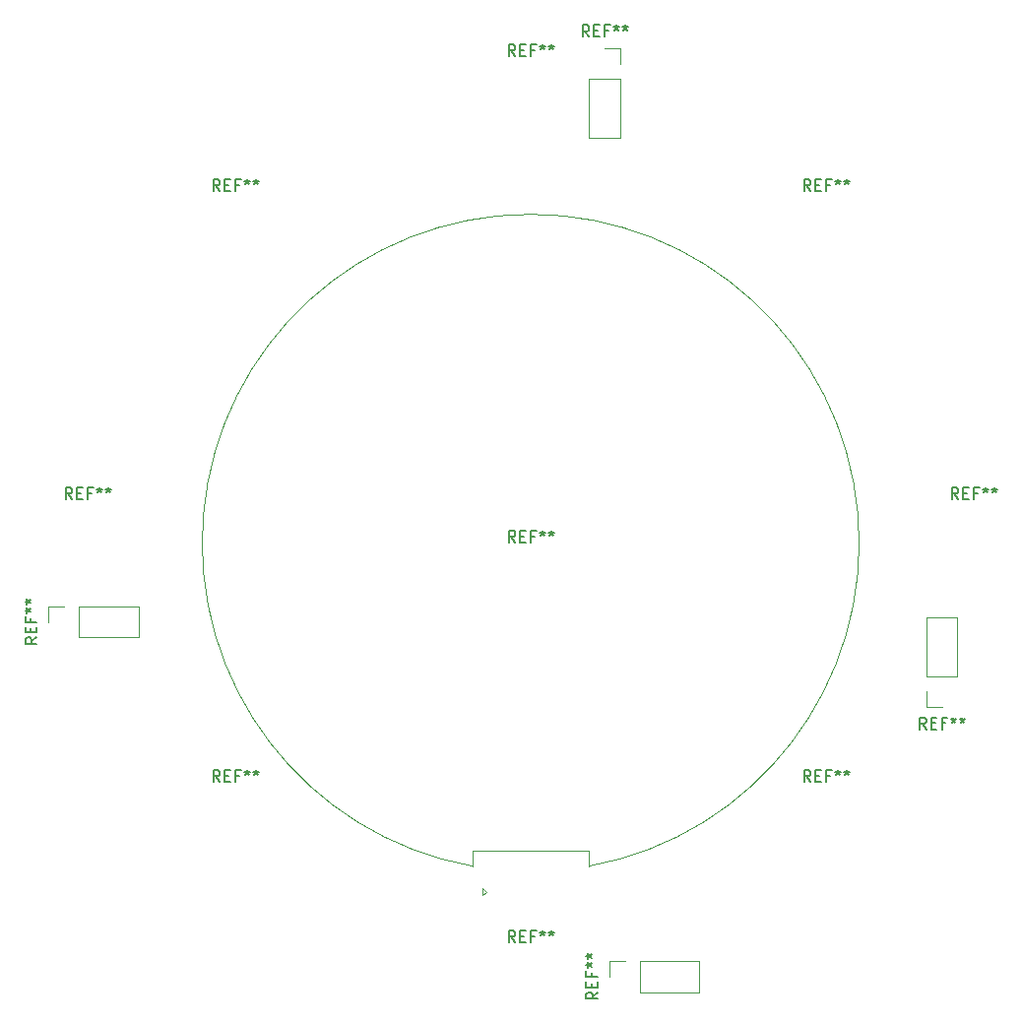
<source format=gbr>
%TF.GenerationSoftware,KiCad,Pcbnew,(6.0.5-0)*%
%TF.CreationDate,2023-02-12T17:03:44-08:00*%
%TF.ProjectId,scratch,73637261-7463-4682-9e6b-696361645f70,rev?*%
%TF.SameCoordinates,Original*%
%TF.FileFunction,Legend,Top*%
%TF.FilePolarity,Positive*%
%FSLAX46Y46*%
G04 Gerber Fmt 4.6, Leading zero omitted, Abs format (unit mm)*
G04 Created by KiCad (PCBNEW (6.0.5-0)) date 2023-02-12 17:03:44*
%MOMM*%
%LPD*%
G01*
G04 APERTURE LIST*
%ADD10C,0.150000*%
%ADD11C,0.120000*%
G04 APERTURE END LIST*
D10*
%TO.C,REF\u002A\u002A*%
X88513380Y-109631333D02*
X88037190Y-109964666D01*
X88513380Y-110202761D02*
X87513380Y-110202761D01*
X87513380Y-109821809D01*
X87561000Y-109726571D01*
X87608619Y-109678952D01*
X87703857Y-109631333D01*
X87846714Y-109631333D01*
X87941952Y-109678952D01*
X87989571Y-109726571D01*
X88037190Y-109821809D01*
X88037190Y-110202761D01*
X87989571Y-109202761D02*
X87989571Y-108869428D01*
X88513380Y-108726571D02*
X88513380Y-109202761D01*
X87513380Y-109202761D01*
X87513380Y-108726571D01*
X87989571Y-107964666D02*
X87989571Y-108298000D01*
X88513380Y-108298000D02*
X87513380Y-108298000D01*
X87513380Y-107821809D01*
X87513380Y-107298000D02*
X87751476Y-107298000D01*
X87656238Y-107536095D02*
X87751476Y-107298000D01*
X87656238Y-107059904D01*
X87941952Y-107440857D02*
X87751476Y-107298000D01*
X87941952Y-107155142D01*
X87513380Y-106536095D02*
X87751476Y-106536095D01*
X87656238Y-106774190D02*
X87751476Y-106536095D01*
X87656238Y-106298000D01*
X87941952Y-106678952D02*
X87751476Y-106536095D01*
X87941952Y-106393238D01*
X135997666Y-57980380D02*
X135664333Y-57504190D01*
X135426238Y-57980380D02*
X135426238Y-56980380D01*
X135807190Y-56980380D01*
X135902428Y-57028000D01*
X135950047Y-57075619D01*
X135997666Y-57170857D01*
X135997666Y-57313714D01*
X135950047Y-57408952D01*
X135902428Y-57456571D01*
X135807190Y-57504190D01*
X135426238Y-57504190D01*
X136426238Y-57456571D02*
X136759571Y-57456571D01*
X136902428Y-57980380D02*
X136426238Y-57980380D01*
X136426238Y-56980380D01*
X136902428Y-56980380D01*
X137664333Y-57456571D02*
X137331000Y-57456571D01*
X137331000Y-57980380D02*
X137331000Y-56980380D01*
X137807190Y-56980380D01*
X138331000Y-56980380D02*
X138331000Y-57218476D01*
X138092904Y-57123238D02*
X138331000Y-57218476D01*
X138569095Y-57123238D01*
X138188142Y-57408952D02*
X138331000Y-57218476D01*
X138473857Y-57408952D01*
X139092904Y-56980380D02*
X139092904Y-57218476D01*
X138854809Y-57123238D02*
X139092904Y-57218476D01*
X139331000Y-57123238D01*
X138950047Y-57408952D02*
X139092904Y-57218476D01*
X139235761Y-57408952D01*
X164997666Y-117520380D02*
X164664333Y-117044190D01*
X164426238Y-117520380D02*
X164426238Y-116520380D01*
X164807190Y-116520380D01*
X164902428Y-116568000D01*
X164950047Y-116615619D01*
X164997666Y-116710857D01*
X164997666Y-116853714D01*
X164950047Y-116948952D01*
X164902428Y-116996571D01*
X164807190Y-117044190D01*
X164426238Y-117044190D01*
X165426238Y-116996571D02*
X165759571Y-116996571D01*
X165902428Y-117520380D02*
X165426238Y-117520380D01*
X165426238Y-116520380D01*
X165902428Y-116520380D01*
X166664333Y-116996571D02*
X166331000Y-116996571D01*
X166331000Y-117520380D02*
X166331000Y-116520380D01*
X166807190Y-116520380D01*
X167331000Y-116520380D02*
X167331000Y-116758476D01*
X167092904Y-116663238D02*
X167331000Y-116758476D01*
X167569095Y-116663238D01*
X167188142Y-116948952D02*
X167331000Y-116758476D01*
X167473857Y-116948952D01*
X168092904Y-116520380D02*
X168092904Y-116758476D01*
X167854809Y-116663238D02*
X168092904Y-116758476D01*
X168331000Y-116663238D01*
X167950047Y-116948952D02*
X168092904Y-116758476D01*
X168235761Y-116948952D01*
X136763380Y-140131333D02*
X136287190Y-140464666D01*
X136763380Y-140702761D02*
X135763380Y-140702761D01*
X135763380Y-140321809D01*
X135811000Y-140226571D01*
X135858619Y-140178952D01*
X135953857Y-140131333D01*
X136096714Y-140131333D01*
X136191952Y-140178952D01*
X136239571Y-140226571D01*
X136287190Y-140321809D01*
X136287190Y-140702761D01*
X136239571Y-139702761D02*
X136239571Y-139369428D01*
X136763380Y-139226571D02*
X136763380Y-139702761D01*
X135763380Y-139702761D01*
X135763380Y-139226571D01*
X136239571Y-138464666D02*
X136239571Y-138798000D01*
X136763380Y-138798000D02*
X135763380Y-138798000D01*
X135763380Y-138321809D01*
X135763380Y-137798000D02*
X136001476Y-137798000D01*
X135906238Y-138036095D02*
X136001476Y-137798000D01*
X135906238Y-137559904D01*
X136191952Y-137940857D02*
X136001476Y-137798000D01*
X136191952Y-137655142D01*
X135763380Y-137036095D02*
X136001476Y-137036095D01*
X135906238Y-137274190D02*
X136001476Y-137036095D01*
X135906238Y-136798000D01*
X136191952Y-137178952D02*
X136001476Y-137036095D01*
X136191952Y-136893238D01*
X104247666Y-122050380D02*
X103914333Y-121574190D01*
X103676238Y-122050380D02*
X103676238Y-121050380D01*
X104057190Y-121050380D01*
X104152428Y-121098000D01*
X104200047Y-121145619D01*
X104247666Y-121240857D01*
X104247666Y-121383714D01*
X104200047Y-121478952D01*
X104152428Y-121526571D01*
X104057190Y-121574190D01*
X103676238Y-121574190D01*
X104676238Y-121526571D02*
X105009571Y-121526571D01*
X105152428Y-122050380D02*
X104676238Y-122050380D01*
X104676238Y-121050380D01*
X105152428Y-121050380D01*
X105914333Y-121526571D02*
X105581000Y-121526571D01*
X105581000Y-122050380D02*
X105581000Y-121050380D01*
X106057190Y-121050380D01*
X106581000Y-121050380D02*
X106581000Y-121288476D01*
X106342904Y-121193238D02*
X106581000Y-121288476D01*
X106819095Y-121193238D01*
X106438142Y-121478952D02*
X106581000Y-121288476D01*
X106723857Y-121478952D01*
X107342904Y-121050380D02*
X107342904Y-121288476D01*
X107104809Y-121193238D02*
X107342904Y-121288476D01*
X107581000Y-121193238D01*
X107200047Y-121478952D02*
X107342904Y-121288476D01*
X107485761Y-121478952D01*
X155047666Y-122050380D02*
X154714333Y-121574190D01*
X154476238Y-122050380D02*
X154476238Y-121050380D01*
X154857190Y-121050380D01*
X154952428Y-121098000D01*
X155000047Y-121145619D01*
X155047666Y-121240857D01*
X155047666Y-121383714D01*
X155000047Y-121478952D01*
X154952428Y-121526571D01*
X154857190Y-121574190D01*
X154476238Y-121574190D01*
X155476238Y-121526571D02*
X155809571Y-121526571D01*
X155952428Y-122050380D02*
X155476238Y-122050380D01*
X155476238Y-121050380D01*
X155952428Y-121050380D01*
X156714333Y-121526571D02*
X156381000Y-121526571D01*
X156381000Y-122050380D02*
X156381000Y-121050380D01*
X156857190Y-121050380D01*
X157381000Y-121050380D02*
X157381000Y-121288476D01*
X157142904Y-121193238D02*
X157381000Y-121288476D01*
X157619095Y-121193238D01*
X157238142Y-121478952D02*
X157381000Y-121288476D01*
X157523857Y-121478952D01*
X158142904Y-121050380D02*
X158142904Y-121288476D01*
X157904809Y-121193238D02*
X158142904Y-121288476D01*
X158381000Y-121193238D01*
X158000047Y-121478952D02*
X158142904Y-121288476D01*
X158285761Y-121478952D01*
X155047666Y-71250380D02*
X154714333Y-70774190D01*
X154476238Y-71250380D02*
X154476238Y-70250380D01*
X154857190Y-70250380D01*
X154952428Y-70298000D01*
X155000047Y-70345619D01*
X155047666Y-70440857D01*
X155047666Y-70583714D01*
X155000047Y-70678952D01*
X154952428Y-70726571D01*
X154857190Y-70774190D01*
X154476238Y-70774190D01*
X155476238Y-70726571D02*
X155809571Y-70726571D01*
X155952428Y-71250380D02*
X155476238Y-71250380D01*
X155476238Y-70250380D01*
X155952428Y-70250380D01*
X156714333Y-70726571D02*
X156381000Y-70726571D01*
X156381000Y-71250380D02*
X156381000Y-70250380D01*
X156857190Y-70250380D01*
X157381000Y-70250380D02*
X157381000Y-70488476D01*
X157142904Y-70393238D02*
X157381000Y-70488476D01*
X157619095Y-70393238D01*
X157238142Y-70678952D02*
X157381000Y-70488476D01*
X157523857Y-70678952D01*
X158142904Y-70250380D02*
X158142904Y-70488476D01*
X157904809Y-70393238D02*
X158142904Y-70488476D01*
X158381000Y-70393238D01*
X158000047Y-70678952D02*
X158142904Y-70488476D01*
X158285761Y-70678952D01*
X104247666Y-71250380D02*
X103914333Y-70774190D01*
X103676238Y-71250380D02*
X103676238Y-70250380D01*
X104057190Y-70250380D01*
X104152428Y-70298000D01*
X104200047Y-70345619D01*
X104247666Y-70440857D01*
X104247666Y-70583714D01*
X104200047Y-70678952D01*
X104152428Y-70726571D01*
X104057190Y-70774190D01*
X103676238Y-70774190D01*
X104676238Y-70726571D02*
X105009571Y-70726571D01*
X105152428Y-71250380D02*
X104676238Y-71250380D01*
X104676238Y-70250380D01*
X105152428Y-70250380D01*
X105914333Y-70726571D02*
X105581000Y-70726571D01*
X105581000Y-71250380D02*
X105581000Y-70250380D01*
X106057190Y-70250380D01*
X106581000Y-70250380D02*
X106581000Y-70488476D01*
X106342904Y-70393238D02*
X106581000Y-70488476D01*
X106819095Y-70393238D01*
X106438142Y-70678952D02*
X106581000Y-70488476D01*
X106723857Y-70678952D01*
X107342904Y-70250380D02*
X107342904Y-70488476D01*
X107104809Y-70393238D02*
X107342904Y-70488476D01*
X107581000Y-70393238D01*
X107200047Y-70678952D02*
X107342904Y-70488476D01*
X107485761Y-70678952D01*
X91547666Y-97750380D02*
X91214333Y-97274190D01*
X90976238Y-97750380D02*
X90976238Y-96750380D01*
X91357190Y-96750380D01*
X91452428Y-96798000D01*
X91500047Y-96845619D01*
X91547666Y-96940857D01*
X91547666Y-97083714D01*
X91500047Y-97178952D01*
X91452428Y-97226571D01*
X91357190Y-97274190D01*
X90976238Y-97274190D01*
X91976238Y-97226571D02*
X92309571Y-97226571D01*
X92452428Y-97750380D02*
X91976238Y-97750380D01*
X91976238Y-96750380D01*
X92452428Y-96750380D01*
X93214333Y-97226571D02*
X92881000Y-97226571D01*
X92881000Y-97750380D02*
X92881000Y-96750380D01*
X93357190Y-96750380D01*
X93881000Y-96750380D02*
X93881000Y-96988476D01*
X93642904Y-96893238D02*
X93881000Y-96988476D01*
X94119095Y-96893238D01*
X93738142Y-97178952D02*
X93881000Y-96988476D01*
X94023857Y-97178952D01*
X94642904Y-96750380D02*
X94642904Y-96988476D01*
X94404809Y-96893238D02*
X94642904Y-96988476D01*
X94881000Y-96893238D01*
X94500047Y-97178952D02*
X94642904Y-96988476D01*
X94785761Y-97178952D01*
X167747666Y-97750380D02*
X167414333Y-97274190D01*
X167176238Y-97750380D02*
X167176238Y-96750380D01*
X167557190Y-96750380D01*
X167652428Y-96798000D01*
X167700047Y-96845619D01*
X167747666Y-96940857D01*
X167747666Y-97083714D01*
X167700047Y-97178952D01*
X167652428Y-97226571D01*
X167557190Y-97274190D01*
X167176238Y-97274190D01*
X168176238Y-97226571D02*
X168509571Y-97226571D01*
X168652428Y-97750380D02*
X168176238Y-97750380D01*
X168176238Y-96750380D01*
X168652428Y-96750380D01*
X169414333Y-97226571D02*
X169081000Y-97226571D01*
X169081000Y-97750380D02*
X169081000Y-96750380D01*
X169557190Y-96750380D01*
X170081000Y-96750380D02*
X170081000Y-96988476D01*
X169842904Y-96893238D02*
X170081000Y-96988476D01*
X170319095Y-96893238D01*
X169938142Y-97178952D02*
X170081000Y-96988476D01*
X170223857Y-97178952D01*
X170842904Y-96750380D02*
X170842904Y-96988476D01*
X170604809Y-96893238D02*
X170842904Y-96988476D01*
X171081000Y-96893238D01*
X170700047Y-97178952D02*
X170842904Y-96988476D01*
X170985761Y-97178952D01*
X129647666Y-135850380D02*
X129314333Y-135374190D01*
X129076238Y-135850380D02*
X129076238Y-134850380D01*
X129457190Y-134850380D01*
X129552428Y-134898000D01*
X129600047Y-134945619D01*
X129647666Y-135040857D01*
X129647666Y-135183714D01*
X129600047Y-135278952D01*
X129552428Y-135326571D01*
X129457190Y-135374190D01*
X129076238Y-135374190D01*
X130076238Y-135326571D02*
X130409571Y-135326571D01*
X130552428Y-135850380D02*
X130076238Y-135850380D01*
X130076238Y-134850380D01*
X130552428Y-134850380D01*
X131314333Y-135326571D02*
X130981000Y-135326571D01*
X130981000Y-135850380D02*
X130981000Y-134850380D01*
X131457190Y-134850380D01*
X131981000Y-134850380D02*
X131981000Y-135088476D01*
X131742904Y-134993238D02*
X131981000Y-135088476D01*
X132219095Y-134993238D01*
X131838142Y-135278952D02*
X131981000Y-135088476D01*
X132123857Y-135278952D01*
X132742904Y-134850380D02*
X132742904Y-135088476D01*
X132504809Y-134993238D02*
X132742904Y-135088476D01*
X132981000Y-134993238D01*
X132600047Y-135278952D02*
X132742904Y-135088476D01*
X132885761Y-135278952D01*
X129647666Y-59650380D02*
X129314333Y-59174190D01*
X129076238Y-59650380D02*
X129076238Y-58650380D01*
X129457190Y-58650380D01*
X129552428Y-58698000D01*
X129600047Y-58745619D01*
X129647666Y-58840857D01*
X129647666Y-58983714D01*
X129600047Y-59078952D01*
X129552428Y-59126571D01*
X129457190Y-59174190D01*
X129076238Y-59174190D01*
X130076238Y-59126571D02*
X130409571Y-59126571D01*
X130552428Y-59650380D02*
X130076238Y-59650380D01*
X130076238Y-58650380D01*
X130552428Y-58650380D01*
X131314333Y-59126571D02*
X130981000Y-59126571D01*
X130981000Y-59650380D02*
X130981000Y-58650380D01*
X131457190Y-58650380D01*
X131981000Y-58650380D02*
X131981000Y-58888476D01*
X131742904Y-58793238D02*
X131981000Y-58888476D01*
X132219095Y-58793238D01*
X131838142Y-59078952D02*
X131981000Y-58888476D01*
X132123857Y-59078952D01*
X132742904Y-58650380D02*
X132742904Y-58888476D01*
X132504809Y-58793238D02*
X132742904Y-58888476D01*
X132981000Y-58793238D01*
X132600047Y-59078952D02*
X132742904Y-58888476D01*
X132885761Y-59078952D01*
X129647666Y-101450380D02*
X129314333Y-100974190D01*
X129076238Y-101450380D02*
X129076238Y-100450380D01*
X129457190Y-100450380D01*
X129552428Y-100498000D01*
X129600047Y-100545619D01*
X129647666Y-100640857D01*
X129647666Y-100783714D01*
X129600047Y-100878952D01*
X129552428Y-100926571D01*
X129457190Y-100974190D01*
X129076238Y-100974190D01*
X130076238Y-100926571D02*
X130409571Y-100926571D01*
X130552428Y-101450380D02*
X130076238Y-101450380D01*
X130076238Y-100450380D01*
X130552428Y-100450380D01*
X131314333Y-100926571D02*
X130981000Y-100926571D01*
X130981000Y-101450380D02*
X130981000Y-100450380D01*
X131457190Y-100450380D01*
X131981000Y-100450380D02*
X131981000Y-100688476D01*
X131742904Y-100593238D02*
X131981000Y-100688476D01*
X132219095Y-100593238D01*
X131838142Y-100878952D02*
X131981000Y-100688476D01*
X132123857Y-100878952D01*
X132742904Y-100450380D02*
X132742904Y-100688476D01*
X132504809Y-100593238D02*
X132742904Y-100688476D01*
X132981000Y-100593238D01*
X132600047Y-100878952D02*
X132742904Y-100688476D01*
X132885761Y-100878952D01*
D11*
X89501000Y-108298000D02*
X89501000Y-106968000D01*
X92101000Y-106968000D02*
X97241000Y-106968000D01*
X92101000Y-109628000D02*
X97241000Y-109628000D01*
X92101000Y-109628000D02*
X92101000Y-106968000D01*
X89501000Y-106968000D02*
X90831000Y-106968000D01*
X97241000Y-109628000D02*
X97241000Y-106968000D01*
X137331000Y-58968000D02*
X138661000Y-58968000D01*
X138661000Y-61568000D02*
X138661000Y-66708000D01*
X136001000Y-61568000D02*
X136001000Y-66708000D01*
X136001000Y-61568000D02*
X138661000Y-61568000D01*
X138661000Y-58968000D02*
X138661000Y-60298000D01*
X136001000Y-66708000D02*
X138661000Y-66708000D01*
X166331000Y-115628000D02*
X165001000Y-115628000D01*
X165001000Y-113028000D02*
X165001000Y-107888000D01*
X167661000Y-113028000D02*
X167661000Y-107888000D01*
X167661000Y-113028000D02*
X165001000Y-113028000D01*
X165001000Y-115628000D02*
X165001000Y-114298000D01*
X167661000Y-107888000D02*
X165001000Y-107888000D01*
X137751000Y-138798000D02*
X137751000Y-137468000D01*
X140351000Y-137468000D02*
X145491000Y-137468000D01*
X140351000Y-140128000D02*
X145491000Y-140128000D01*
X140351000Y-140128000D02*
X140351000Y-137468000D01*
X137751000Y-137468000D02*
X139081000Y-137468000D01*
X145491000Y-140128000D02*
X145491000Y-137468000D01*
X126841000Y-131208000D02*
X127141000Y-131508000D01*
X135981000Y-127998000D02*
X135981000Y-129298000D01*
X125981000Y-127998000D02*
X135981000Y-127998000D01*
X127141000Y-131508000D02*
X126841000Y-131808000D01*
X125981000Y-127998000D02*
X125981000Y-129298000D01*
X126841000Y-131808000D02*
X126841000Y-131208000D01*
X135981000Y-129297999D02*
G75*
G03*
X125981000Y-129297999I-5000000J27799999D01*
G01*
%TD*%
M02*

</source>
